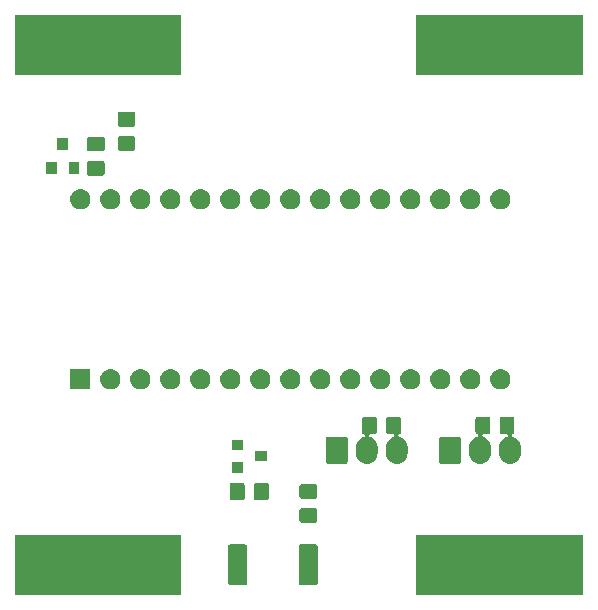
<source format=gbr>
G04 #@! TF.GenerationSoftware,KiCad,Pcbnew,(5.0.1)-4*
G04 #@! TF.CreationDate,2020-12-26T19:53:01+01:00*
G04 #@! TF.ProjectId,Eloxalmonitor,456C6F78616C6D6F6E69746F722E6B69,rev?*
G04 #@! TF.SameCoordinates,Original*
G04 #@! TF.FileFunction,Soldermask,Bot*
G04 #@! TF.FilePolarity,Negative*
%FSLAX46Y46*%
G04 Gerber Fmt 4.6, Leading zero omitted, Abs format (unit mm)*
G04 Created by KiCad (PCBNEW (5.0.1)-4) date 26.12.2020 19:53:01*
%MOMM*%
%LPD*%
G01*
G04 APERTURE LIST*
%ADD10C,0.100000*%
G04 APERTURE END LIST*
D10*
G36*
X62751000Y-63351000D02*
X48649000Y-63351000D01*
X48649000Y-58249000D01*
X62751000Y-58249000D01*
X62751000Y-63351000D01*
X62751000Y-63351000D01*
G37*
G36*
X28751000Y-63351000D02*
X14649000Y-63351000D01*
X14649000Y-58249000D01*
X28751000Y-58249000D01*
X28751000Y-63351000D01*
X28751000Y-63351000D01*
G37*
G36*
X34178821Y-59078103D02*
X34212982Y-59088466D01*
X34244464Y-59105293D01*
X34272060Y-59127940D01*
X34294707Y-59155536D01*
X34311534Y-59187018D01*
X34321897Y-59221179D01*
X34326000Y-59262842D01*
X34326000Y-62337158D01*
X34321897Y-62378821D01*
X34311534Y-62412982D01*
X34294707Y-62444464D01*
X34272060Y-62472060D01*
X34244464Y-62494707D01*
X34212982Y-62511534D01*
X34178821Y-62521897D01*
X34137158Y-62526000D01*
X32887842Y-62526000D01*
X32846179Y-62521897D01*
X32812018Y-62511534D01*
X32780536Y-62494707D01*
X32752940Y-62472060D01*
X32730293Y-62444464D01*
X32713466Y-62412982D01*
X32703103Y-62378821D01*
X32699000Y-62337158D01*
X32699000Y-59262842D01*
X32703103Y-59221179D01*
X32713466Y-59187018D01*
X32730293Y-59155536D01*
X32752940Y-59127940D01*
X32780536Y-59105293D01*
X32812018Y-59088466D01*
X32846179Y-59078103D01*
X32887842Y-59074000D01*
X34137158Y-59074000D01*
X34178821Y-59078103D01*
X34178821Y-59078103D01*
G37*
G36*
X40153821Y-59078103D02*
X40187982Y-59088466D01*
X40219464Y-59105293D01*
X40247060Y-59127940D01*
X40269707Y-59155536D01*
X40286534Y-59187018D01*
X40296897Y-59221179D01*
X40301000Y-59262842D01*
X40301000Y-62337158D01*
X40296897Y-62378821D01*
X40286534Y-62412982D01*
X40269707Y-62444464D01*
X40247060Y-62472060D01*
X40219464Y-62494707D01*
X40187982Y-62511534D01*
X40153821Y-62521897D01*
X40112158Y-62526000D01*
X38862842Y-62526000D01*
X38821179Y-62521897D01*
X38787018Y-62511534D01*
X38755536Y-62494707D01*
X38727940Y-62472060D01*
X38705293Y-62444464D01*
X38688466Y-62412982D01*
X38678103Y-62378821D01*
X38674000Y-62337158D01*
X38674000Y-59262842D01*
X38678103Y-59221179D01*
X38688466Y-59187018D01*
X38705293Y-59155536D01*
X38727940Y-59127940D01*
X38755536Y-59105293D01*
X38787018Y-59088466D01*
X38821179Y-59078103D01*
X38862842Y-59074000D01*
X40112158Y-59074000D01*
X40153821Y-59078103D01*
X40153821Y-59078103D01*
G37*
G36*
X40088677Y-56003465D02*
X40126364Y-56014898D01*
X40161103Y-56033466D01*
X40191548Y-56058452D01*
X40216534Y-56088897D01*
X40235102Y-56123636D01*
X40246535Y-56161323D01*
X40251000Y-56206661D01*
X40251000Y-57043339D01*
X40246535Y-57088677D01*
X40235102Y-57126364D01*
X40216534Y-57161103D01*
X40191548Y-57191548D01*
X40161103Y-57216534D01*
X40126364Y-57235102D01*
X40088677Y-57246535D01*
X40043339Y-57251000D01*
X38956661Y-57251000D01*
X38911323Y-57246535D01*
X38873636Y-57235102D01*
X38838897Y-57216534D01*
X38808452Y-57191548D01*
X38783466Y-57161103D01*
X38764898Y-57126364D01*
X38753465Y-57088677D01*
X38749000Y-57043339D01*
X38749000Y-56206661D01*
X38753465Y-56161323D01*
X38764898Y-56123636D01*
X38783466Y-56088897D01*
X38808452Y-56058452D01*
X38838897Y-56033466D01*
X38873636Y-56014898D01*
X38911323Y-56003465D01*
X38956661Y-55999000D01*
X40043339Y-55999000D01*
X40088677Y-56003465D01*
X40088677Y-56003465D01*
G37*
G36*
X35988677Y-53853465D02*
X36026364Y-53864898D01*
X36061103Y-53883466D01*
X36091548Y-53908452D01*
X36116534Y-53938897D01*
X36135102Y-53973636D01*
X36146535Y-54011323D01*
X36151000Y-54056661D01*
X36151000Y-55143339D01*
X36146535Y-55188677D01*
X36135102Y-55226364D01*
X36116534Y-55261103D01*
X36091548Y-55291548D01*
X36061103Y-55316534D01*
X36026364Y-55335102D01*
X35988677Y-55346535D01*
X35943339Y-55351000D01*
X35106661Y-55351000D01*
X35061323Y-55346535D01*
X35023636Y-55335102D01*
X34988897Y-55316534D01*
X34958452Y-55291548D01*
X34933466Y-55261103D01*
X34914898Y-55226364D01*
X34903465Y-55188677D01*
X34899000Y-55143339D01*
X34899000Y-54056661D01*
X34903465Y-54011323D01*
X34914898Y-53973636D01*
X34933466Y-53938897D01*
X34958452Y-53908452D01*
X34988897Y-53883466D01*
X35023636Y-53864898D01*
X35061323Y-53853465D01*
X35106661Y-53849000D01*
X35943339Y-53849000D01*
X35988677Y-53853465D01*
X35988677Y-53853465D01*
G37*
G36*
X33938677Y-53853465D02*
X33976364Y-53864898D01*
X34011103Y-53883466D01*
X34041548Y-53908452D01*
X34066534Y-53938897D01*
X34085102Y-53973636D01*
X34096535Y-54011323D01*
X34101000Y-54056661D01*
X34101000Y-55143339D01*
X34096535Y-55188677D01*
X34085102Y-55226364D01*
X34066534Y-55261103D01*
X34041548Y-55291548D01*
X34011103Y-55316534D01*
X33976364Y-55335102D01*
X33938677Y-55346535D01*
X33893339Y-55351000D01*
X33056661Y-55351000D01*
X33011323Y-55346535D01*
X32973636Y-55335102D01*
X32938897Y-55316534D01*
X32908452Y-55291548D01*
X32883466Y-55261103D01*
X32864898Y-55226364D01*
X32853465Y-55188677D01*
X32849000Y-55143339D01*
X32849000Y-54056661D01*
X32853465Y-54011323D01*
X32864898Y-53973636D01*
X32883466Y-53938897D01*
X32908452Y-53908452D01*
X32938897Y-53883466D01*
X32973636Y-53864898D01*
X33011323Y-53853465D01*
X33056661Y-53849000D01*
X33893339Y-53849000D01*
X33938677Y-53853465D01*
X33938677Y-53853465D01*
G37*
G36*
X40088677Y-53953465D02*
X40126364Y-53964898D01*
X40161103Y-53983466D01*
X40191548Y-54008452D01*
X40216534Y-54038897D01*
X40235102Y-54073636D01*
X40246535Y-54111323D01*
X40251000Y-54156661D01*
X40251000Y-54993339D01*
X40246535Y-55038677D01*
X40235102Y-55076364D01*
X40216534Y-55111103D01*
X40191548Y-55141548D01*
X40161103Y-55166534D01*
X40126364Y-55185102D01*
X40088677Y-55196535D01*
X40043339Y-55201000D01*
X38956661Y-55201000D01*
X38911323Y-55196535D01*
X38873636Y-55185102D01*
X38838897Y-55166534D01*
X38808452Y-55141548D01*
X38783466Y-55111103D01*
X38764898Y-55076364D01*
X38753465Y-55038677D01*
X38749000Y-54993339D01*
X38749000Y-54156661D01*
X38753465Y-54111323D01*
X38764898Y-54073636D01*
X38783466Y-54038897D01*
X38808452Y-54008452D01*
X38838897Y-53983466D01*
X38873636Y-53964898D01*
X38911323Y-53953465D01*
X38956661Y-53949000D01*
X40043339Y-53949000D01*
X40088677Y-53953465D01*
X40088677Y-53953465D01*
G37*
G36*
X34001000Y-53001000D02*
X32999000Y-53001000D01*
X32999000Y-52099000D01*
X34001000Y-52099000D01*
X34001000Y-53001000D01*
X34001000Y-53001000D01*
G37*
G36*
X56788677Y-48253465D02*
X56826364Y-48264898D01*
X56861103Y-48283466D01*
X56891548Y-48308452D01*
X56916534Y-48338897D01*
X56935102Y-48373636D01*
X56946535Y-48411323D01*
X56951000Y-48456661D01*
X56951000Y-49543339D01*
X56946535Y-49588677D01*
X56935102Y-49626364D01*
X56916534Y-49661103D01*
X56891548Y-49691548D01*
X56861103Y-49716534D01*
X56826363Y-49735103D01*
X56813252Y-49739080D01*
X56790613Y-49748457D01*
X56770238Y-49762071D01*
X56752911Y-49779398D01*
X56739297Y-49799773D01*
X56729920Y-49822412D01*
X56725140Y-49846446D01*
X56725140Y-49870950D01*
X56729921Y-49894983D01*
X56739298Y-49917622D01*
X56752912Y-49937997D01*
X56770239Y-49955324D01*
X56790614Y-49968938D01*
X56813246Y-49978312D01*
X56870295Y-49995618D01*
X56934157Y-50014990D01*
X56992514Y-50046183D01*
X57094155Y-50100511D01*
X57234396Y-50215604D01*
X57349489Y-50355844D01*
X57389298Y-50430321D01*
X57435010Y-50515842D01*
X57452565Y-50573713D01*
X57487674Y-50689452D01*
X57501000Y-50824756D01*
X57501000Y-51375243D01*
X57487674Y-51510548D01*
X57435010Y-51684157D01*
X57349489Y-51844156D01*
X57234396Y-51984396D01*
X57094156Y-52099489D01*
X57031244Y-52133116D01*
X56934158Y-52185010D01*
X56888200Y-52198951D01*
X56760548Y-52237674D01*
X56580000Y-52255456D01*
X56399453Y-52237674D01*
X56271801Y-52198951D01*
X56225843Y-52185010D01*
X56128757Y-52133116D01*
X56065845Y-52099489D01*
X55925605Y-51984396D01*
X55810512Y-51844156D01*
X55770703Y-51769680D01*
X55724990Y-51684158D01*
X55707435Y-51626287D01*
X55672326Y-51510548D01*
X55659000Y-51375244D01*
X55659000Y-50824757D01*
X55672326Y-50689453D01*
X55724990Y-50515844D01*
X55724990Y-50515843D01*
X55756183Y-50457486D01*
X55810511Y-50355845D01*
X55925604Y-50215604D01*
X56065844Y-50100511D01*
X56225843Y-50014990D01*
X56289709Y-49995616D01*
X56312344Y-49986240D01*
X56332718Y-49972626D01*
X56350045Y-49955299D01*
X56363659Y-49934925D01*
X56373037Y-49912286D01*
X56377817Y-49888252D01*
X56377817Y-49863748D01*
X56373037Y-49839714D01*
X56363659Y-49817075D01*
X56350045Y-49796701D01*
X56332718Y-49779374D01*
X56312344Y-49765760D01*
X56289705Y-49756382D01*
X56265671Y-49751602D01*
X56253419Y-49751000D01*
X55906661Y-49751000D01*
X55861323Y-49746535D01*
X55823636Y-49735102D01*
X55788897Y-49716534D01*
X55758452Y-49691548D01*
X55733466Y-49661103D01*
X55714898Y-49626364D01*
X55703465Y-49588677D01*
X55699000Y-49543339D01*
X55699000Y-48456661D01*
X55703465Y-48411323D01*
X55714898Y-48373636D01*
X55733466Y-48338897D01*
X55758452Y-48308452D01*
X55788897Y-48283466D01*
X55823636Y-48264898D01*
X55861323Y-48253465D01*
X55906661Y-48249000D01*
X56743339Y-48249000D01*
X56788677Y-48253465D01*
X56788677Y-48253465D01*
G37*
G36*
X47188677Y-48253465D02*
X47226364Y-48264898D01*
X47261103Y-48283466D01*
X47291548Y-48308452D01*
X47316534Y-48338897D01*
X47335102Y-48373636D01*
X47346535Y-48411323D01*
X47351000Y-48456661D01*
X47351000Y-49543339D01*
X47346535Y-49588677D01*
X47335102Y-49626364D01*
X47316534Y-49661103D01*
X47291548Y-49691548D01*
X47261103Y-49716534D01*
X47226363Y-49735103D01*
X47213252Y-49739080D01*
X47190613Y-49748457D01*
X47170238Y-49762071D01*
X47152911Y-49779398D01*
X47139297Y-49799773D01*
X47129920Y-49822412D01*
X47125140Y-49846446D01*
X47125140Y-49870950D01*
X47129921Y-49894983D01*
X47139298Y-49917622D01*
X47152912Y-49937997D01*
X47170239Y-49955324D01*
X47190614Y-49968938D01*
X47213246Y-49978312D01*
X47270295Y-49995618D01*
X47334157Y-50014990D01*
X47392514Y-50046183D01*
X47494155Y-50100511D01*
X47634396Y-50215604D01*
X47749489Y-50355844D01*
X47789298Y-50430321D01*
X47835010Y-50515842D01*
X47852565Y-50573713D01*
X47887674Y-50689452D01*
X47901000Y-50824756D01*
X47901000Y-51375243D01*
X47887674Y-51510548D01*
X47835010Y-51684157D01*
X47749489Y-51844156D01*
X47634396Y-51984396D01*
X47494156Y-52099489D01*
X47431244Y-52133116D01*
X47334158Y-52185010D01*
X47288200Y-52198951D01*
X47160548Y-52237674D01*
X46980000Y-52255456D01*
X46799453Y-52237674D01*
X46671801Y-52198951D01*
X46625843Y-52185010D01*
X46528757Y-52133116D01*
X46465845Y-52099489D01*
X46325605Y-51984396D01*
X46210512Y-51844156D01*
X46170703Y-51769680D01*
X46124990Y-51684158D01*
X46107435Y-51626287D01*
X46072326Y-51510548D01*
X46059000Y-51375244D01*
X46059000Y-50824757D01*
X46072326Y-50689453D01*
X46124990Y-50515844D01*
X46124990Y-50515843D01*
X46156183Y-50457486D01*
X46210511Y-50355845D01*
X46325604Y-50215604D01*
X46465844Y-50100511D01*
X46625843Y-50014990D01*
X46689709Y-49995616D01*
X46712344Y-49986240D01*
X46732718Y-49972626D01*
X46750045Y-49955299D01*
X46763659Y-49934925D01*
X46773037Y-49912286D01*
X46777817Y-49888252D01*
X46777817Y-49863748D01*
X46773037Y-49839714D01*
X46763659Y-49817075D01*
X46750045Y-49796701D01*
X46732718Y-49779374D01*
X46712344Y-49765760D01*
X46689705Y-49756382D01*
X46665671Y-49751602D01*
X46653419Y-49751000D01*
X46306661Y-49751000D01*
X46261323Y-49746535D01*
X46223636Y-49735102D01*
X46188897Y-49716534D01*
X46158452Y-49691548D01*
X46133466Y-49661103D01*
X46114898Y-49626364D01*
X46103465Y-49588677D01*
X46099000Y-49543339D01*
X46099000Y-48456661D01*
X46103465Y-48411323D01*
X46114898Y-48373636D01*
X46133466Y-48338897D01*
X46158452Y-48308452D01*
X46188897Y-48283466D01*
X46223636Y-48264898D01*
X46261323Y-48253465D01*
X46306661Y-48249000D01*
X47143339Y-48249000D01*
X47188677Y-48253465D01*
X47188677Y-48253465D01*
G37*
G36*
X45138677Y-48253465D02*
X45176364Y-48264898D01*
X45211103Y-48283466D01*
X45241548Y-48308452D01*
X45266534Y-48338897D01*
X45285102Y-48373636D01*
X45296535Y-48411323D01*
X45301000Y-48456661D01*
X45301000Y-49543339D01*
X45296535Y-49588677D01*
X45285102Y-49626364D01*
X45266534Y-49661103D01*
X45241548Y-49691548D01*
X45211103Y-49716534D01*
X45176364Y-49735102D01*
X45138677Y-49746535D01*
X45093339Y-49751000D01*
X44766580Y-49751000D01*
X44742194Y-49753402D01*
X44718745Y-49760515D01*
X44697134Y-49772066D01*
X44678192Y-49787612D01*
X44662646Y-49806554D01*
X44651095Y-49828165D01*
X44643982Y-49851614D01*
X44641580Y-49876000D01*
X44643982Y-49900386D01*
X44651095Y-49923835D01*
X44662646Y-49945446D01*
X44678192Y-49964388D01*
X44697134Y-49979934D01*
X44718745Y-49991485D01*
X44730286Y-49995615D01*
X44794156Y-50014990D01*
X44954155Y-50100511D01*
X45094396Y-50215604D01*
X45209489Y-50355844D01*
X45249298Y-50430321D01*
X45295010Y-50515842D01*
X45312565Y-50573713D01*
X45347674Y-50689452D01*
X45361000Y-50824756D01*
X45361000Y-51375243D01*
X45347674Y-51510548D01*
X45295010Y-51684157D01*
X45209489Y-51844156D01*
X45094396Y-51984396D01*
X44954156Y-52099489D01*
X44891244Y-52133116D01*
X44794158Y-52185010D01*
X44748200Y-52198951D01*
X44620548Y-52237674D01*
X44440000Y-52255456D01*
X44259453Y-52237674D01*
X44131801Y-52198951D01*
X44085843Y-52185010D01*
X43988757Y-52133116D01*
X43925845Y-52099489D01*
X43785605Y-51984396D01*
X43670512Y-51844156D01*
X43630703Y-51769680D01*
X43584990Y-51684158D01*
X43567435Y-51626287D01*
X43532326Y-51510548D01*
X43519000Y-51375244D01*
X43519000Y-50824757D01*
X43532326Y-50689453D01*
X43584990Y-50515844D01*
X43584990Y-50515843D01*
X43616183Y-50457486D01*
X43670511Y-50355845D01*
X43785604Y-50215604D01*
X43925844Y-50100511D01*
X44085843Y-50014990D01*
X44196752Y-49981346D01*
X44219386Y-49971970D01*
X44239760Y-49958356D01*
X44257087Y-49941029D01*
X44270701Y-49920655D01*
X44280079Y-49898016D01*
X44284859Y-49873982D01*
X44284859Y-49849478D01*
X44280079Y-49825444D01*
X44270701Y-49802805D01*
X44257087Y-49782431D01*
X44239760Y-49765104D01*
X44219386Y-49751490D01*
X44196747Y-49742112D01*
X44173632Y-49735100D01*
X44138897Y-49716534D01*
X44108452Y-49691548D01*
X44083466Y-49661103D01*
X44064898Y-49626364D01*
X44053465Y-49588677D01*
X44049000Y-49543339D01*
X44049000Y-48456661D01*
X44053465Y-48411323D01*
X44064898Y-48373636D01*
X44083466Y-48338897D01*
X44108452Y-48308452D01*
X44138897Y-48283466D01*
X44173636Y-48264898D01*
X44211323Y-48253465D01*
X44256661Y-48249000D01*
X45093339Y-48249000D01*
X45138677Y-48253465D01*
X45138677Y-48253465D01*
G37*
G36*
X54738677Y-48253465D02*
X54776364Y-48264898D01*
X54811103Y-48283466D01*
X54841548Y-48308452D01*
X54866534Y-48338897D01*
X54885102Y-48373636D01*
X54896535Y-48411323D01*
X54901000Y-48456661D01*
X54901000Y-49543339D01*
X54896535Y-49588677D01*
X54885102Y-49626364D01*
X54866534Y-49661103D01*
X54841548Y-49691548D01*
X54811103Y-49716534D01*
X54776364Y-49735102D01*
X54738677Y-49746535D01*
X54693339Y-49751000D01*
X54366580Y-49751000D01*
X54342194Y-49753402D01*
X54318745Y-49760515D01*
X54297134Y-49772066D01*
X54278192Y-49787612D01*
X54262646Y-49806554D01*
X54251095Y-49828165D01*
X54243982Y-49851614D01*
X54241580Y-49876000D01*
X54243982Y-49900386D01*
X54251095Y-49923835D01*
X54262646Y-49945446D01*
X54278192Y-49964388D01*
X54297134Y-49979934D01*
X54318745Y-49991485D01*
X54330286Y-49995615D01*
X54394156Y-50014990D01*
X54554155Y-50100511D01*
X54694396Y-50215604D01*
X54809489Y-50355844D01*
X54849298Y-50430321D01*
X54895010Y-50515842D01*
X54912565Y-50573713D01*
X54947674Y-50689452D01*
X54961000Y-50824756D01*
X54961000Y-51375243D01*
X54947674Y-51510548D01*
X54895010Y-51684157D01*
X54809489Y-51844156D01*
X54694396Y-51984396D01*
X54554156Y-52099489D01*
X54491244Y-52133116D01*
X54394158Y-52185010D01*
X54348200Y-52198951D01*
X54220548Y-52237674D01*
X54040000Y-52255456D01*
X53859453Y-52237674D01*
X53731801Y-52198951D01*
X53685843Y-52185010D01*
X53588757Y-52133116D01*
X53525845Y-52099489D01*
X53385605Y-51984396D01*
X53270512Y-51844156D01*
X53230703Y-51769680D01*
X53184990Y-51684158D01*
X53167435Y-51626287D01*
X53132326Y-51510548D01*
X53119000Y-51375244D01*
X53119000Y-50824757D01*
X53132326Y-50689453D01*
X53184990Y-50515844D01*
X53184990Y-50515843D01*
X53216183Y-50457486D01*
X53270511Y-50355845D01*
X53385604Y-50215604D01*
X53525844Y-50100511D01*
X53685843Y-50014990D01*
X53796752Y-49981346D01*
X53819386Y-49971970D01*
X53839760Y-49958356D01*
X53857087Y-49941029D01*
X53870701Y-49920655D01*
X53880079Y-49898016D01*
X53884859Y-49873982D01*
X53884859Y-49849478D01*
X53880079Y-49825444D01*
X53870701Y-49802805D01*
X53857087Y-49782431D01*
X53839760Y-49765104D01*
X53819386Y-49751490D01*
X53796747Y-49742112D01*
X53773632Y-49735100D01*
X53738897Y-49716534D01*
X53708452Y-49691548D01*
X53683466Y-49661103D01*
X53664898Y-49626364D01*
X53653465Y-49588677D01*
X53649000Y-49543339D01*
X53649000Y-48456661D01*
X53653465Y-48411323D01*
X53664898Y-48373636D01*
X53683466Y-48338897D01*
X53708452Y-48308452D01*
X53738897Y-48283466D01*
X53773636Y-48264898D01*
X53811323Y-48253465D01*
X53856661Y-48249000D01*
X54693339Y-48249000D01*
X54738677Y-48253465D01*
X54738677Y-48253465D01*
G37*
G36*
X52279020Y-49952979D02*
X52311966Y-49962974D01*
X52342335Y-49979206D01*
X52368951Y-50001049D01*
X52390794Y-50027665D01*
X52407026Y-50058034D01*
X52417021Y-50090980D01*
X52421000Y-50131386D01*
X52421000Y-52068614D01*
X52417021Y-52109020D01*
X52407026Y-52141966D01*
X52390794Y-52172335D01*
X52368951Y-52198951D01*
X52342335Y-52220794D01*
X52311966Y-52237026D01*
X52279020Y-52247021D01*
X52238614Y-52251000D01*
X50761386Y-52251000D01*
X50720980Y-52247021D01*
X50688034Y-52237026D01*
X50657665Y-52220794D01*
X50631049Y-52198951D01*
X50609206Y-52172335D01*
X50592974Y-52141966D01*
X50582979Y-52109020D01*
X50579000Y-52068614D01*
X50579000Y-50131386D01*
X50582979Y-50090980D01*
X50592974Y-50058034D01*
X50609206Y-50027665D01*
X50631049Y-50001049D01*
X50657665Y-49979206D01*
X50688034Y-49962974D01*
X50720980Y-49952979D01*
X50761386Y-49949000D01*
X52238614Y-49949000D01*
X52279020Y-49952979D01*
X52279020Y-49952979D01*
G37*
G36*
X42679020Y-49952979D02*
X42711966Y-49962974D01*
X42742335Y-49979206D01*
X42768951Y-50001049D01*
X42790794Y-50027665D01*
X42807026Y-50058034D01*
X42817021Y-50090980D01*
X42821000Y-50131386D01*
X42821000Y-52068614D01*
X42817021Y-52109020D01*
X42807026Y-52141966D01*
X42790794Y-52172335D01*
X42768951Y-52198951D01*
X42742335Y-52220794D01*
X42711966Y-52237026D01*
X42679020Y-52247021D01*
X42638614Y-52251000D01*
X41161386Y-52251000D01*
X41120980Y-52247021D01*
X41088034Y-52237026D01*
X41057665Y-52220794D01*
X41031049Y-52198951D01*
X41009206Y-52172335D01*
X40992974Y-52141966D01*
X40982979Y-52109020D01*
X40979000Y-52068614D01*
X40979000Y-50131386D01*
X40982979Y-50090980D01*
X40992974Y-50058034D01*
X41009206Y-50027665D01*
X41031049Y-50001049D01*
X41057665Y-49979206D01*
X41088034Y-49962974D01*
X41120980Y-49952979D01*
X41161386Y-49949000D01*
X42638614Y-49949000D01*
X42679020Y-49952979D01*
X42679020Y-49952979D01*
G37*
G36*
X36001000Y-52051000D02*
X34999000Y-52051000D01*
X34999000Y-51149000D01*
X36001000Y-51149000D01*
X36001000Y-52051000D01*
X36001000Y-52051000D01*
G37*
G36*
X34001000Y-51101000D02*
X32999000Y-51101000D01*
X32999000Y-50199000D01*
X34001000Y-50199000D01*
X34001000Y-51101000D01*
X34001000Y-51101000D01*
G37*
G36*
X40686821Y-44261313D02*
X40686824Y-44261314D01*
X40686825Y-44261314D01*
X40847239Y-44309975D01*
X40847241Y-44309976D01*
X40847244Y-44309977D01*
X40995078Y-44388995D01*
X41124659Y-44495341D01*
X41231005Y-44624922D01*
X41310023Y-44772756D01*
X41358687Y-44933179D01*
X41375117Y-45100000D01*
X41358687Y-45266821D01*
X41310023Y-45427244D01*
X41231005Y-45575078D01*
X41124659Y-45704659D01*
X40995078Y-45811005D01*
X40847244Y-45890023D01*
X40847241Y-45890024D01*
X40847239Y-45890025D01*
X40686825Y-45938686D01*
X40686824Y-45938686D01*
X40686821Y-45938687D01*
X40561804Y-45951000D01*
X40478196Y-45951000D01*
X40353179Y-45938687D01*
X40353176Y-45938686D01*
X40353175Y-45938686D01*
X40192761Y-45890025D01*
X40192759Y-45890024D01*
X40192756Y-45890023D01*
X40044922Y-45811005D01*
X39915341Y-45704659D01*
X39808995Y-45575078D01*
X39729977Y-45427244D01*
X39681313Y-45266821D01*
X39664883Y-45100000D01*
X39681313Y-44933179D01*
X39729977Y-44772756D01*
X39808995Y-44624922D01*
X39915341Y-44495341D01*
X40044922Y-44388995D01*
X40192756Y-44309977D01*
X40192759Y-44309976D01*
X40192761Y-44309975D01*
X40353175Y-44261314D01*
X40353176Y-44261314D01*
X40353179Y-44261313D01*
X40478196Y-44249000D01*
X40561804Y-44249000D01*
X40686821Y-44261313D01*
X40686821Y-44261313D01*
G37*
G36*
X50846821Y-44261313D02*
X50846824Y-44261314D01*
X50846825Y-44261314D01*
X51007239Y-44309975D01*
X51007241Y-44309976D01*
X51007244Y-44309977D01*
X51155078Y-44388995D01*
X51284659Y-44495341D01*
X51391005Y-44624922D01*
X51470023Y-44772756D01*
X51518687Y-44933179D01*
X51535117Y-45100000D01*
X51518687Y-45266821D01*
X51470023Y-45427244D01*
X51391005Y-45575078D01*
X51284659Y-45704659D01*
X51155078Y-45811005D01*
X51007244Y-45890023D01*
X51007241Y-45890024D01*
X51007239Y-45890025D01*
X50846825Y-45938686D01*
X50846824Y-45938686D01*
X50846821Y-45938687D01*
X50721804Y-45951000D01*
X50638196Y-45951000D01*
X50513179Y-45938687D01*
X50513176Y-45938686D01*
X50513175Y-45938686D01*
X50352761Y-45890025D01*
X50352759Y-45890024D01*
X50352756Y-45890023D01*
X50204922Y-45811005D01*
X50075341Y-45704659D01*
X49968995Y-45575078D01*
X49889977Y-45427244D01*
X49841313Y-45266821D01*
X49824883Y-45100000D01*
X49841313Y-44933179D01*
X49889977Y-44772756D01*
X49968995Y-44624922D01*
X50075341Y-44495341D01*
X50204922Y-44388995D01*
X50352756Y-44309977D01*
X50352759Y-44309976D01*
X50352761Y-44309975D01*
X50513175Y-44261314D01*
X50513176Y-44261314D01*
X50513179Y-44261313D01*
X50638196Y-44249000D01*
X50721804Y-44249000D01*
X50846821Y-44261313D01*
X50846821Y-44261313D01*
G37*
G36*
X45766821Y-44261313D02*
X45766824Y-44261314D01*
X45766825Y-44261314D01*
X45927239Y-44309975D01*
X45927241Y-44309976D01*
X45927244Y-44309977D01*
X46075078Y-44388995D01*
X46204659Y-44495341D01*
X46311005Y-44624922D01*
X46390023Y-44772756D01*
X46438687Y-44933179D01*
X46455117Y-45100000D01*
X46438687Y-45266821D01*
X46390023Y-45427244D01*
X46311005Y-45575078D01*
X46204659Y-45704659D01*
X46075078Y-45811005D01*
X45927244Y-45890023D01*
X45927241Y-45890024D01*
X45927239Y-45890025D01*
X45766825Y-45938686D01*
X45766824Y-45938686D01*
X45766821Y-45938687D01*
X45641804Y-45951000D01*
X45558196Y-45951000D01*
X45433179Y-45938687D01*
X45433176Y-45938686D01*
X45433175Y-45938686D01*
X45272761Y-45890025D01*
X45272759Y-45890024D01*
X45272756Y-45890023D01*
X45124922Y-45811005D01*
X44995341Y-45704659D01*
X44888995Y-45575078D01*
X44809977Y-45427244D01*
X44761313Y-45266821D01*
X44744883Y-45100000D01*
X44761313Y-44933179D01*
X44809977Y-44772756D01*
X44888995Y-44624922D01*
X44995341Y-44495341D01*
X45124922Y-44388995D01*
X45272756Y-44309977D01*
X45272759Y-44309976D01*
X45272761Y-44309975D01*
X45433175Y-44261314D01*
X45433176Y-44261314D01*
X45433179Y-44261313D01*
X45558196Y-44249000D01*
X45641804Y-44249000D01*
X45766821Y-44261313D01*
X45766821Y-44261313D01*
G37*
G36*
X43226821Y-44261313D02*
X43226824Y-44261314D01*
X43226825Y-44261314D01*
X43387239Y-44309975D01*
X43387241Y-44309976D01*
X43387244Y-44309977D01*
X43535078Y-44388995D01*
X43664659Y-44495341D01*
X43771005Y-44624922D01*
X43850023Y-44772756D01*
X43898687Y-44933179D01*
X43915117Y-45100000D01*
X43898687Y-45266821D01*
X43850023Y-45427244D01*
X43771005Y-45575078D01*
X43664659Y-45704659D01*
X43535078Y-45811005D01*
X43387244Y-45890023D01*
X43387241Y-45890024D01*
X43387239Y-45890025D01*
X43226825Y-45938686D01*
X43226824Y-45938686D01*
X43226821Y-45938687D01*
X43101804Y-45951000D01*
X43018196Y-45951000D01*
X42893179Y-45938687D01*
X42893176Y-45938686D01*
X42893175Y-45938686D01*
X42732761Y-45890025D01*
X42732759Y-45890024D01*
X42732756Y-45890023D01*
X42584922Y-45811005D01*
X42455341Y-45704659D01*
X42348995Y-45575078D01*
X42269977Y-45427244D01*
X42221313Y-45266821D01*
X42204883Y-45100000D01*
X42221313Y-44933179D01*
X42269977Y-44772756D01*
X42348995Y-44624922D01*
X42455341Y-44495341D01*
X42584922Y-44388995D01*
X42732756Y-44309977D01*
X42732759Y-44309976D01*
X42732761Y-44309975D01*
X42893175Y-44261314D01*
X42893176Y-44261314D01*
X42893179Y-44261313D01*
X43018196Y-44249000D01*
X43101804Y-44249000D01*
X43226821Y-44261313D01*
X43226821Y-44261313D01*
G37*
G36*
X38146821Y-44261313D02*
X38146824Y-44261314D01*
X38146825Y-44261314D01*
X38307239Y-44309975D01*
X38307241Y-44309976D01*
X38307244Y-44309977D01*
X38455078Y-44388995D01*
X38584659Y-44495341D01*
X38691005Y-44624922D01*
X38770023Y-44772756D01*
X38818687Y-44933179D01*
X38835117Y-45100000D01*
X38818687Y-45266821D01*
X38770023Y-45427244D01*
X38691005Y-45575078D01*
X38584659Y-45704659D01*
X38455078Y-45811005D01*
X38307244Y-45890023D01*
X38307241Y-45890024D01*
X38307239Y-45890025D01*
X38146825Y-45938686D01*
X38146824Y-45938686D01*
X38146821Y-45938687D01*
X38021804Y-45951000D01*
X37938196Y-45951000D01*
X37813179Y-45938687D01*
X37813176Y-45938686D01*
X37813175Y-45938686D01*
X37652761Y-45890025D01*
X37652759Y-45890024D01*
X37652756Y-45890023D01*
X37504922Y-45811005D01*
X37375341Y-45704659D01*
X37268995Y-45575078D01*
X37189977Y-45427244D01*
X37141313Y-45266821D01*
X37124883Y-45100000D01*
X37141313Y-44933179D01*
X37189977Y-44772756D01*
X37268995Y-44624922D01*
X37375341Y-44495341D01*
X37504922Y-44388995D01*
X37652756Y-44309977D01*
X37652759Y-44309976D01*
X37652761Y-44309975D01*
X37813175Y-44261314D01*
X37813176Y-44261314D01*
X37813179Y-44261313D01*
X37938196Y-44249000D01*
X38021804Y-44249000D01*
X38146821Y-44261313D01*
X38146821Y-44261313D01*
G37*
G36*
X48306821Y-44261313D02*
X48306824Y-44261314D01*
X48306825Y-44261314D01*
X48467239Y-44309975D01*
X48467241Y-44309976D01*
X48467244Y-44309977D01*
X48615078Y-44388995D01*
X48744659Y-44495341D01*
X48851005Y-44624922D01*
X48930023Y-44772756D01*
X48978687Y-44933179D01*
X48995117Y-45100000D01*
X48978687Y-45266821D01*
X48930023Y-45427244D01*
X48851005Y-45575078D01*
X48744659Y-45704659D01*
X48615078Y-45811005D01*
X48467244Y-45890023D01*
X48467241Y-45890024D01*
X48467239Y-45890025D01*
X48306825Y-45938686D01*
X48306824Y-45938686D01*
X48306821Y-45938687D01*
X48181804Y-45951000D01*
X48098196Y-45951000D01*
X47973179Y-45938687D01*
X47973176Y-45938686D01*
X47973175Y-45938686D01*
X47812761Y-45890025D01*
X47812759Y-45890024D01*
X47812756Y-45890023D01*
X47664922Y-45811005D01*
X47535341Y-45704659D01*
X47428995Y-45575078D01*
X47349977Y-45427244D01*
X47301313Y-45266821D01*
X47284883Y-45100000D01*
X47301313Y-44933179D01*
X47349977Y-44772756D01*
X47428995Y-44624922D01*
X47535341Y-44495341D01*
X47664922Y-44388995D01*
X47812756Y-44309977D01*
X47812759Y-44309976D01*
X47812761Y-44309975D01*
X47973175Y-44261314D01*
X47973176Y-44261314D01*
X47973179Y-44261313D01*
X48098196Y-44249000D01*
X48181804Y-44249000D01*
X48306821Y-44261313D01*
X48306821Y-44261313D01*
G37*
G36*
X33066821Y-44261313D02*
X33066824Y-44261314D01*
X33066825Y-44261314D01*
X33227239Y-44309975D01*
X33227241Y-44309976D01*
X33227244Y-44309977D01*
X33375078Y-44388995D01*
X33504659Y-44495341D01*
X33611005Y-44624922D01*
X33690023Y-44772756D01*
X33738687Y-44933179D01*
X33755117Y-45100000D01*
X33738687Y-45266821D01*
X33690023Y-45427244D01*
X33611005Y-45575078D01*
X33504659Y-45704659D01*
X33375078Y-45811005D01*
X33227244Y-45890023D01*
X33227241Y-45890024D01*
X33227239Y-45890025D01*
X33066825Y-45938686D01*
X33066824Y-45938686D01*
X33066821Y-45938687D01*
X32941804Y-45951000D01*
X32858196Y-45951000D01*
X32733179Y-45938687D01*
X32733176Y-45938686D01*
X32733175Y-45938686D01*
X32572761Y-45890025D01*
X32572759Y-45890024D01*
X32572756Y-45890023D01*
X32424922Y-45811005D01*
X32295341Y-45704659D01*
X32188995Y-45575078D01*
X32109977Y-45427244D01*
X32061313Y-45266821D01*
X32044883Y-45100000D01*
X32061313Y-44933179D01*
X32109977Y-44772756D01*
X32188995Y-44624922D01*
X32295341Y-44495341D01*
X32424922Y-44388995D01*
X32572756Y-44309977D01*
X32572759Y-44309976D01*
X32572761Y-44309975D01*
X32733175Y-44261314D01*
X32733176Y-44261314D01*
X32733179Y-44261313D01*
X32858196Y-44249000D01*
X32941804Y-44249000D01*
X33066821Y-44261313D01*
X33066821Y-44261313D01*
G37*
G36*
X27986821Y-44261313D02*
X27986824Y-44261314D01*
X27986825Y-44261314D01*
X28147239Y-44309975D01*
X28147241Y-44309976D01*
X28147244Y-44309977D01*
X28295078Y-44388995D01*
X28424659Y-44495341D01*
X28531005Y-44624922D01*
X28610023Y-44772756D01*
X28658687Y-44933179D01*
X28675117Y-45100000D01*
X28658687Y-45266821D01*
X28610023Y-45427244D01*
X28531005Y-45575078D01*
X28424659Y-45704659D01*
X28295078Y-45811005D01*
X28147244Y-45890023D01*
X28147241Y-45890024D01*
X28147239Y-45890025D01*
X27986825Y-45938686D01*
X27986824Y-45938686D01*
X27986821Y-45938687D01*
X27861804Y-45951000D01*
X27778196Y-45951000D01*
X27653179Y-45938687D01*
X27653176Y-45938686D01*
X27653175Y-45938686D01*
X27492761Y-45890025D01*
X27492759Y-45890024D01*
X27492756Y-45890023D01*
X27344922Y-45811005D01*
X27215341Y-45704659D01*
X27108995Y-45575078D01*
X27029977Y-45427244D01*
X26981313Y-45266821D01*
X26964883Y-45100000D01*
X26981313Y-44933179D01*
X27029977Y-44772756D01*
X27108995Y-44624922D01*
X27215341Y-44495341D01*
X27344922Y-44388995D01*
X27492756Y-44309977D01*
X27492759Y-44309976D01*
X27492761Y-44309975D01*
X27653175Y-44261314D01*
X27653176Y-44261314D01*
X27653179Y-44261313D01*
X27778196Y-44249000D01*
X27861804Y-44249000D01*
X27986821Y-44261313D01*
X27986821Y-44261313D01*
G37*
G36*
X25446821Y-44261313D02*
X25446824Y-44261314D01*
X25446825Y-44261314D01*
X25607239Y-44309975D01*
X25607241Y-44309976D01*
X25607244Y-44309977D01*
X25755078Y-44388995D01*
X25884659Y-44495341D01*
X25991005Y-44624922D01*
X26070023Y-44772756D01*
X26118687Y-44933179D01*
X26135117Y-45100000D01*
X26118687Y-45266821D01*
X26070023Y-45427244D01*
X25991005Y-45575078D01*
X25884659Y-45704659D01*
X25755078Y-45811005D01*
X25607244Y-45890023D01*
X25607241Y-45890024D01*
X25607239Y-45890025D01*
X25446825Y-45938686D01*
X25446824Y-45938686D01*
X25446821Y-45938687D01*
X25321804Y-45951000D01*
X25238196Y-45951000D01*
X25113179Y-45938687D01*
X25113176Y-45938686D01*
X25113175Y-45938686D01*
X24952761Y-45890025D01*
X24952759Y-45890024D01*
X24952756Y-45890023D01*
X24804922Y-45811005D01*
X24675341Y-45704659D01*
X24568995Y-45575078D01*
X24489977Y-45427244D01*
X24441313Y-45266821D01*
X24424883Y-45100000D01*
X24441313Y-44933179D01*
X24489977Y-44772756D01*
X24568995Y-44624922D01*
X24675341Y-44495341D01*
X24804922Y-44388995D01*
X24952756Y-44309977D01*
X24952759Y-44309976D01*
X24952761Y-44309975D01*
X25113175Y-44261314D01*
X25113176Y-44261314D01*
X25113179Y-44261313D01*
X25238196Y-44249000D01*
X25321804Y-44249000D01*
X25446821Y-44261313D01*
X25446821Y-44261313D01*
G37*
G36*
X21051000Y-45951000D02*
X19349000Y-45951000D01*
X19349000Y-44249000D01*
X21051000Y-44249000D01*
X21051000Y-45951000D01*
X21051000Y-45951000D01*
G37*
G36*
X55926821Y-44261313D02*
X55926824Y-44261314D01*
X55926825Y-44261314D01*
X56087239Y-44309975D01*
X56087241Y-44309976D01*
X56087244Y-44309977D01*
X56235078Y-44388995D01*
X56364659Y-44495341D01*
X56471005Y-44624922D01*
X56550023Y-44772756D01*
X56598687Y-44933179D01*
X56615117Y-45100000D01*
X56598687Y-45266821D01*
X56550023Y-45427244D01*
X56471005Y-45575078D01*
X56364659Y-45704659D01*
X56235078Y-45811005D01*
X56087244Y-45890023D01*
X56087241Y-45890024D01*
X56087239Y-45890025D01*
X55926825Y-45938686D01*
X55926824Y-45938686D01*
X55926821Y-45938687D01*
X55801804Y-45951000D01*
X55718196Y-45951000D01*
X55593179Y-45938687D01*
X55593176Y-45938686D01*
X55593175Y-45938686D01*
X55432761Y-45890025D01*
X55432759Y-45890024D01*
X55432756Y-45890023D01*
X55284922Y-45811005D01*
X55155341Y-45704659D01*
X55048995Y-45575078D01*
X54969977Y-45427244D01*
X54921313Y-45266821D01*
X54904883Y-45100000D01*
X54921313Y-44933179D01*
X54969977Y-44772756D01*
X55048995Y-44624922D01*
X55155341Y-44495341D01*
X55284922Y-44388995D01*
X55432756Y-44309977D01*
X55432759Y-44309976D01*
X55432761Y-44309975D01*
X55593175Y-44261314D01*
X55593176Y-44261314D01*
X55593179Y-44261313D01*
X55718196Y-44249000D01*
X55801804Y-44249000D01*
X55926821Y-44261313D01*
X55926821Y-44261313D01*
G37*
G36*
X22906821Y-44261313D02*
X22906824Y-44261314D01*
X22906825Y-44261314D01*
X23067239Y-44309975D01*
X23067241Y-44309976D01*
X23067244Y-44309977D01*
X23215078Y-44388995D01*
X23344659Y-44495341D01*
X23451005Y-44624922D01*
X23530023Y-44772756D01*
X23578687Y-44933179D01*
X23595117Y-45100000D01*
X23578687Y-45266821D01*
X23530023Y-45427244D01*
X23451005Y-45575078D01*
X23344659Y-45704659D01*
X23215078Y-45811005D01*
X23067244Y-45890023D01*
X23067241Y-45890024D01*
X23067239Y-45890025D01*
X22906825Y-45938686D01*
X22906824Y-45938686D01*
X22906821Y-45938687D01*
X22781804Y-45951000D01*
X22698196Y-45951000D01*
X22573179Y-45938687D01*
X22573176Y-45938686D01*
X22573175Y-45938686D01*
X22412761Y-45890025D01*
X22412759Y-45890024D01*
X22412756Y-45890023D01*
X22264922Y-45811005D01*
X22135341Y-45704659D01*
X22028995Y-45575078D01*
X21949977Y-45427244D01*
X21901313Y-45266821D01*
X21884883Y-45100000D01*
X21901313Y-44933179D01*
X21949977Y-44772756D01*
X22028995Y-44624922D01*
X22135341Y-44495341D01*
X22264922Y-44388995D01*
X22412756Y-44309977D01*
X22412759Y-44309976D01*
X22412761Y-44309975D01*
X22573175Y-44261314D01*
X22573176Y-44261314D01*
X22573179Y-44261313D01*
X22698196Y-44249000D01*
X22781804Y-44249000D01*
X22906821Y-44261313D01*
X22906821Y-44261313D01*
G37*
G36*
X53386821Y-44261313D02*
X53386824Y-44261314D01*
X53386825Y-44261314D01*
X53547239Y-44309975D01*
X53547241Y-44309976D01*
X53547244Y-44309977D01*
X53695078Y-44388995D01*
X53824659Y-44495341D01*
X53931005Y-44624922D01*
X54010023Y-44772756D01*
X54058687Y-44933179D01*
X54075117Y-45100000D01*
X54058687Y-45266821D01*
X54010023Y-45427244D01*
X53931005Y-45575078D01*
X53824659Y-45704659D01*
X53695078Y-45811005D01*
X53547244Y-45890023D01*
X53547241Y-45890024D01*
X53547239Y-45890025D01*
X53386825Y-45938686D01*
X53386824Y-45938686D01*
X53386821Y-45938687D01*
X53261804Y-45951000D01*
X53178196Y-45951000D01*
X53053179Y-45938687D01*
X53053176Y-45938686D01*
X53053175Y-45938686D01*
X52892761Y-45890025D01*
X52892759Y-45890024D01*
X52892756Y-45890023D01*
X52744922Y-45811005D01*
X52615341Y-45704659D01*
X52508995Y-45575078D01*
X52429977Y-45427244D01*
X52381313Y-45266821D01*
X52364883Y-45100000D01*
X52381313Y-44933179D01*
X52429977Y-44772756D01*
X52508995Y-44624922D01*
X52615341Y-44495341D01*
X52744922Y-44388995D01*
X52892756Y-44309977D01*
X52892759Y-44309976D01*
X52892761Y-44309975D01*
X53053175Y-44261314D01*
X53053176Y-44261314D01*
X53053179Y-44261313D01*
X53178196Y-44249000D01*
X53261804Y-44249000D01*
X53386821Y-44261313D01*
X53386821Y-44261313D01*
G37*
G36*
X35606821Y-44261313D02*
X35606824Y-44261314D01*
X35606825Y-44261314D01*
X35767239Y-44309975D01*
X35767241Y-44309976D01*
X35767244Y-44309977D01*
X35915078Y-44388995D01*
X36044659Y-44495341D01*
X36151005Y-44624922D01*
X36230023Y-44772756D01*
X36278687Y-44933179D01*
X36295117Y-45100000D01*
X36278687Y-45266821D01*
X36230023Y-45427244D01*
X36151005Y-45575078D01*
X36044659Y-45704659D01*
X35915078Y-45811005D01*
X35767244Y-45890023D01*
X35767241Y-45890024D01*
X35767239Y-45890025D01*
X35606825Y-45938686D01*
X35606824Y-45938686D01*
X35606821Y-45938687D01*
X35481804Y-45951000D01*
X35398196Y-45951000D01*
X35273179Y-45938687D01*
X35273176Y-45938686D01*
X35273175Y-45938686D01*
X35112761Y-45890025D01*
X35112759Y-45890024D01*
X35112756Y-45890023D01*
X34964922Y-45811005D01*
X34835341Y-45704659D01*
X34728995Y-45575078D01*
X34649977Y-45427244D01*
X34601313Y-45266821D01*
X34584883Y-45100000D01*
X34601313Y-44933179D01*
X34649977Y-44772756D01*
X34728995Y-44624922D01*
X34835341Y-44495341D01*
X34964922Y-44388995D01*
X35112756Y-44309977D01*
X35112759Y-44309976D01*
X35112761Y-44309975D01*
X35273175Y-44261314D01*
X35273176Y-44261314D01*
X35273179Y-44261313D01*
X35398196Y-44249000D01*
X35481804Y-44249000D01*
X35606821Y-44261313D01*
X35606821Y-44261313D01*
G37*
G36*
X30526821Y-44261313D02*
X30526824Y-44261314D01*
X30526825Y-44261314D01*
X30687239Y-44309975D01*
X30687241Y-44309976D01*
X30687244Y-44309977D01*
X30835078Y-44388995D01*
X30964659Y-44495341D01*
X31071005Y-44624922D01*
X31150023Y-44772756D01*
X31198687Y-44933179D01*
X31215117Y-45100000D01*
X31198687Y-45266821D01*
X31150023Y-45427244D01*
X31071005Y-45575078D01*
X30964659Y-45704659D01*
X30835078Y-45811005D01*
X30687244Y-45890023D01*
X30687241Y-45890024D01*
X30687239Y-45890025D01*
X30526825Y-45938686D01*
X30526824Y-45938686D01*
X30526821Y-45938687D01*
X30401804Y-45951000D01*
X30318196Y-45951000D01*
X30193179Y-45938687D01*
X30193176Y-45938686D01*
X30193175Y-45938686D01*
X30032761Y-45890025D01*
X30032759Y-45890024D01*
X30032756Y-45890023D01*
X29884922Y-45811005D01*
X29755341Y-45704659D01*
X29648995Y-45575078D01*
X29569977Y-45427244D01*
X29521313Y-45266821D01*
X29504883Y-45100000D01*
X29521313Y-44933179D01*
X29569977Y-44772756D01*
X29648995Y-44624922D01*
X29755341Y-44495341D01*
X29884922Y-44388995D01*
X30032756Y-44309977D01*
X30032759Y-44309976D01*
X30032761Y-44309975D01*
X30193175Y-44261314D01*
X30193176Y-44261314D01*
X30193179Y-44261313D01*
X30318196Y-44249000D01*
X30401804Y-44249000D01*
X30526821Y-44261313D01*
X30526821Y-44261313D01*
G37*
G36*
X43226821Y-29021313D02*
X43226824Y-29021314D01*
X43226825Y-29021314D01*
X43387239Y-29069975D01*
X43387241Y-29069976D01*
X43387244Y-29069977D01*
X43535078Y-29148995D01*
X43664659Y-29255341D01*
X43771005Y-29384922D01*
X43850023Y-29532756D01*
X43898687Y-29693179D01*
X43915117Y-29860000D01*
X43898687Y-30026821D01*
X43850023Y-30187244D01*
X43771005Y-30335078D01*
X43664659Y-30464659D01*
X43535078Y-30571005D01*
X43387244Y-30650023D01*
X43387241Y-30650024D01*
X43387239Y-30650025D01*
X43226825Y-30698686D01*
X43226824Y-30698686D01*
X43226821Y-30698687D01*
X43101804Y-30711000D01*
X43018196Y-30711000D01*
X42893179Y-30698687D01*
X42893176Y-30698686D01*
X42893175Y-30698686D01*
X42732761Y-30650025D01*
X42732759Y-30650024D01*
X42732756Y-30650023D01*
X42584922Y-30571005D01*
X42455341Y-30464659D01*
X42348995Y-30335078D01*
X42269977Y-30187244D01*
X42221313Y-30026821D01*
X42204883Y-29860000D01*
X42221313Y-29693179D01*
X42269977Y-29532756D01*
X42348995Y-29384922D01*
X42455341Y-29255341D01*
X42584922Y-29148995D01*
X42732756Y-29069977D01*
X42732759Y-29069976D01*
X42732761Y-29069975D01*
X42893175Y-29021314D01*
X42893176Y-29021314D01*
X42893179Y-29021313D01*
X43018196Y-29009000D01*
X43101804Y-29009000D01*
X43226821Y-29021313D01*
X43226821Y-29021313D01*
G37*
G36*
X22906821Y-29021313D02*
X22906824Y-29021314D01*
X22906825Y-29021314D01*
X23067239Y-29069975D01*
X23067241Y-29069976D01*
X23067244Y-29069977D01*
X23215078Y-29148995D01*
X23344659Y-29255341D01*
X23451005Y-29384922D01*
X23530023Y-29532756D01*
X23578687Y-29693179D01*
X23595117Y-29860000D01*
X23578687Y-30026821D01*
X23530023Y-30187244D01*
X23451005Y-30335078D01*
X23344659Y-30464659D01*
X23215078Y-30571005D01*
X23067244Y-30650023D01*
X23067241Y-30650024D01*
X23067239Y-30650025D01*
X22906825Y-30698686D01*
X22906824Y-30698686D01*
X22906821Y-30698687D01*
X22781804Y-30711000D01*
X22698196Y-30711000D01*
X22573179Y-30698687D01*
X22573176Y-30698686D01*
X22573175Y-30698686D01*
X22412761Y-30650025D01*
X22412759Y-30650024D01*
X22412756Y-30650023D01*
X22264922Y-30571005D01*
X22135341Y-30464659D01*
X22028995Y-30335078D01*
X21949977Y-30187244D01*
X21901313Y-30026821D01*
X21884883Y-29860000D01*
X21901313Y-29693179D01*
X21949977Y-29532756D01*
X22028995Y-29384922D01*
X22135341Y-29255341D01*
X22264922Y-29148995D01*
X22412756Y-29069977D01*
X22412759Y-29069976D01*
X22412761Y-29069975D01*
X22573175Y-29021314D01*
X22573176Y-29021314D01*
X22573179Y-29021313D01*
X22698196Y-29009000D01*
X22781804Y-29009000D01*
X22906821Y-29021313D01*
X22906821Y-29021313D01*
G37*
G36*
X20366821Y-29021313D02*
X20366824Y-29021314D01*
X20366825Y-29021314D01*
X20527239Y-29069975D01*
X20527241Y-29069976D01*
X20527244Y-29069977D01*
X20675078Y-29148995D01*
X20804659Y-29255341D01*
X20911005Y-29384922D01*
X20990023Y-29532756D01*
X21038687Y-29693179D01*
X21055117Y-29860000D01*
X21038687Y-30026821D01*
X20990023Y-30187244D01*
X20911005Y-30335078D01*
X20804659Y-30464659D01*
X20675078Y-30571005D01*
X20527244Y-30650023D01*
X20527241Y-30650024D01*
X20527239Y-30650025D01*
X20366825Y-30698686D01*
X20366824Y-30698686D01*
X20366821Y-30698687D01*
X20241804Y-30711000D01*
X20158196Y-30711000D01*
X20033179Y-30698687D01*
X20033176Y-30698686D01*
X20033175Y-30698686D01*
X19872761Y-30650025D01*
X19872759Y-30650024D01*
X19872756Y-30650023D01*
X19724922Y-30571005D01*
X19595341Y-30464659D01*
X19488995Y-30335078D01*
X19409977Y-30187244D01*
X19361313Y-30026821D01*
X19344883Y-29860000D01*
X19361313Y-29693179D01*
X19409977Y-29532756D01*
X19488995Y-29384922D01*
X19595341Y-29255341D01*
X19724922Y-29148995D01*
X19872756Y-29069977D01*
X19872759Y-29069976D01*
X19872761Y-29069975D01*
X20033175Y-29021314D01*
X20033176Y-29021314D01*
X20033179Y-29021313D01*
X20158196Y-29009000D01*
X20241804Y-29009000D01*
X20366821Y-29021313D01*
X20366821Y-29021313D01*
G37*
G36*
X50846821Y-29021313D02*
X50846824Y-29021314D01*
X50846825Y-29021314D01*
X51007239Y-29069975D01*
X51007241Y-29069976D01*
X51007244Y-29069977D01*
X51155078Y-29148995D01*
X51284659Y-29255341D01*
X51391005Y-29384922D01*
X51470023Y-29532756D01*
X51518687Y-29693179D01*
X51535117Y-29860000D01*
X51518687Y-30026821D01*
X51470023Y-30187244D01*
X51391005Y-30335078D01*
X51284659Y-30464659D01*
X51155078Y-30571005D01*
X51007244Y-30650023D01*
X51007241Y-30650024D01*
X51007239Y-30650025D01*
X50846825Y-30698686D01*
X50846824Y-30698686D01*
X50846821Y-30698687D01*
X50721804Y-30711000D01*
X50638196Y-30711000D01*
X50513179Y-30698687D01*
X50513176Y-30698686D01*
X50513175Y-30698686D01*
X50352761Y-30650025D01*
X50352759Y-30650024D01*
X50352756Y-30650023D01*
X50204922Y-30571005D01*
X50075341Y-30464659D01*
X49968995Y-30335078D01*
X49889977Y-30187244D01*
X49841313Y-30026821D01*
X49824883Y-29860000D01*
X49841313Y-29693179D01*
X49889977Y-29532756D01*
X49968995Y-29384922D01*
X50075341Y-29255341D01*
X50204922Y-29148995D01*
X50352756Y-29069977D01*
X50352759Y-29069976D01*
X50352761Y-29069975D01*
X50513175Y-29021314D01*
X50513176Y-29021314D01*
X50513179Y-29021313D01*
X50638196Y-29009000D01*
X50721804Y-29009000D01*
X50846821Y-29021313D01*
X50846821Y-29021313D01*
G37*
G36*
X48306821Y-29021313D02*
X48306824Y-29021314D01*
X48306825Y-29021314D01*
X48467239Y-29069975D01*
X48467241Y-29069976D01*
X48467244Y-29069977D01*
X48615078Y-29148995D01*
X48744659Y-29255341D01*
X48851005Y-29384922D01*
X48930023Y-29532756D01*
X48978687Y-29693179D01*
X48995117Y-29860000D01*
X48978687Y-30026821D01*
X48930023Y-30187244D01*
X48851005Y-30335078D01*
X48744659Y-30464659D01*
X48615078Y-30571005D01*
X48467244Y-30650023D01*
X48467241Y-30650024D01*
X48467239Y-30650025D01*
X48306825Y-30698686D01*
X48306824Y-30698686D01*
X48306821Y-30698687D01*
X48181804Y-30711000D01*
X48098196Y-30711000D01*
X47973179Y-30698687D01*
X47973176Y-30698686D01*
X47973175Y-30698686D01*
X47812761Y-30650025D01*
X47812759Y-30650024D01*
X47812756Y-30650023D01*
X47664922Y-30571005D01*
X47535341Y-30464659D01*
X47428995Y-30335078D01*
X47349977Y-30187244D01*
X47301313Y-30026821D01*
X47284883Y-29860000D01*
X47301313Y-29693179D01*
X47349977Y-29532756D01*
X47428995Y-29384922D01*
X47535341Y-29255341D01*
X47664922Y-29148995D01*
X47812756Y-29069977D01*
X47812759Y-29069976D01*
X47812761Y-29069975D01*
X47973175Y-29021314D01*
X47973176Y-29021314D01*
X47973179Y-29021313D01*
X48098196Y-29009000D01*
X48181804Y-29009000D01*
X48306821Y-29021313D01*
X48306821Y-29021313D01*
G37*
G36*
X53386821Y-29021313D02*
X53386824Y-29021314D01*
X53386825Y-29021314D01*
X53547239Y-29069975D01*
X53547241Y-29069976D01*
X53547244Y-29069977D01*
X53695078Y-29148995D01*
X53824659Y-29255341D01*
X53931005Y-29384922D01*
X54010023Y-29532756D01*
X54058687Y-29693179D01*
X54075117Y-29860000D01*
X54058687Y-30026821D01*
X54010023Y-30187244D01*
X53931005Y-30335078D01*
X53824659Y-30464659D01*
X53695078Y-30571005D01*
X53547244Y-30650023D01*
X53547241Y-30650024D01*
X53547239Y-30650025D01*
X53386825Y-30698686D01*
X53386824Y-30698686D01*
X53386821Y-30698687D01*
X53261804Y-30711000D01*
X53178196Y-30711000D01*
X53053179Y-30698687D01*
X53053176Y-30698686D01*
X53053175Y-30698686D01*
X52892761Y-30650025D01*
X52892759Y-30650024D01*
X52892756Y-30650023D01*
X52744922Y-30571005D01*
X52615341Y-30464659D01*
X52508995Y-30335078D01*
X52429977Y-30187244D01*
X52381313Y-30026821D01*
X52364883Y-29860000D01*
X52381313Y-29693179D01*
X52429977Y-29532756D01*
X52508995Y-29384922D01*
X52615341Y-29255341D01*
X52744922Y-29148995D01*
X52892756Y-29069977D01*
X52892759Y-29069976D01*
X52892761Y-29069975D01*
X53053175Y-29021314D01*
X53053176Y-29021314D01*
X53053179Y-29021313D01*
X53178196Y-29009000D01*
X53261804Y-29009000D01*
X53386821Y-29021313D01*
X53386821Y-29021313D01*
G37*
G36*
X45766821Y-29021313D02*
X45766824Y-29021314D01*
X45766825Y-29021314D01*
X45927239Y-29069975D01*
X45927241Y-29069976D01*
X45927244Y-29069977D01*
X46075078Y-29148995D01*
X46204659Y-29255341D01*
X46311005Y-29384922D01*
X46390023Y-29532756D01*
X46438687Y-29693179D01*
X46455117Y-29860000D01*
X46438687Y-30026821D01*
X46390023Y-30187244D01*
X46311005Y-30335078D01*
X46204659Y-30464659D01*
X46075078Y-30571005D01*
X45927244Y-30650023D01*
X45927241Y-30650024D01*
X45927239Y-30650025D01*
X45766825Y-30698686D01*
X45766824Y-30698686D01*
X45766821Y-30698687D01*
X45641804Y-30711000D01*
X45558196Y-30711000D01*
X45433179Y-30698687D01*
X45433176Y-30698686D01*
X45433175Y-30698686D01*
X45272761Y-30650025D01*
X45272759Y-30650024D01*
X45272756Y-30650023D01*
X45124922Y-30571005D01*
X44995341Y-30464659D01*
X44888995Y-30335078D01*
X44809977Y-30187244D01*
X44761313Y-30026821D01*
X44744883Y-29860000D01*
X44761313Y-29693179D01*
X44809977Y-29532756D01*
X44888995Y-29384922D01*
X44995341Y-29255341D01*
X45124922Y-29148995D01*
X45272756Y-29069977D01*
X45272759Y-29069976D01*
X45272761Y-29069975D01*
X45433175Y-29021314D01*
X45433176Y-29021314D01*
X45433179Y-29021313D01*
X45558196Y-29009000D01*
X45641804Y-29009000D01*
X45766821Y-29021313D01*
X45766821Y-29021313D01*
G37*
G36*
X35606821Y-29021313D02*
X35606824Y-29021314D01*
X35606825Y-29021314D01*
X35767239Y-29069975D01*
X35767241Y-29069976D01*
X35767244Y-29069977D01*
X35915078Y-29148995D01*
X36044659Y-29255341D01*
X36151005Y-29384922D01*
X36230023Y-29532756D01*
X36278687Y-29693179D01*
X36295117Y-29860000D01*
X36278687Y-30026821D01*
X36230023Y-30187244D01*
X36151005Y-30335078D01*
X36044659Y-30464659D01*
X35915078Y-30571005D01*
X35767244Y-30650023D01*
X35767241Y-30650024D01*
X35767239Y-30650025D01*
X35606825Y-30698686D01*
X35606824Y-30698686D01*
X35606821Y-30698687D01*
X35481804Y-30711000D01*
X35398196Y-30711000D01*
X35273179Y-30698687D01*
X35273176Y-30698686D01*
X35273175Y-30698686D01*
X35112761Y-30650025D01*
X35112759Y-30650024D01*
X35112756Y-30650023D01*
X34964922Y-30571005D01*
X34835341Y-30464659D01*
X34728995Y-30335078D01*
X34649977Y-30187244D01*
X34601313Y-30026821D01*
X34584883Y-29860000D01*
X34601313Y-29693179D01*
X34649977Y-29532756D01*
X34728995Y-29384922D01*
X34835341Y-29255341D01*
X34964922Y-29148995D01*
X35112756Y-29069977D01*
X35112759Y-29069976D01*
X35112761Y-29069975D01*
X35273175Y-29021314D01*
X35273176Y-29021314D01*
X35273179Y-29021313D01*
X35398196Y-29009000D01*
X35481804Y-29009000D01*
X35606821Y-29021313D01*
X35606821Y-29021313D01*
G37*
G36*
X33066821Y-29021313D02*
X33066824Y-29021314D01*
X33066825Y-29021314D01*
X33227239Y-29069975D01*
X33227241Y-29069976D01*
X33227244Y-29069977D01*
X33375078Y-29148995D01*
X33504659Y-29255341D01*
X33611005Y-29384922D01*
X33690023Y-29532756D01*
X33738687Y-29693179D01*
X33755117Y-29860000D01*
X33738687Y-30026821D01*
X33690023Y-30187244D01*
X33611005Y-30335078D01*
X33504659Y-30464659D01*
X33375078Y-30571005D01*
X33227244Y-30650023D01*
X33227241Y-30650024D01*
X33227239Y-30650025D01*
X33066825Y-30698686D01*
X33066824Y-30698686D01*
X33066821Y-30698687D01*
X32941804Y-30711000D01*
X32858196Y-30711000D01*
X32733179Y-30698687D01*
X32733176Y-30698686D01*
X32733175Y-30698686D01*
X32572761Y-30650025D01*
X32572759Y-30650024D01*
X32572756Y-30650023D01*
X32424922Y-30571005D01*
X32295341Y-30464659D01*
X32188995Y-30335078D01*
X32109977Y-30187244D01*
X32061313Y-30026821D01*
X32044883Y-29860000D01*
X32061313Y-29693179D01*
X32109977Y-29532756D01*
X32188995Y-29384922D01*
X32295341Y-29255341D01*
X32424922Y-29148995D01*
X32572756Y-29069977D01*
X32572759Y-29069976D01*
X32572761Y-29069975D01*
X32733175Y-29021314D01*
X32733176Y-29021314D01*
X32733179Y-29021313D01*
X32858196Y-29009000D01*
X32941804Y-29009000D01*
X33066821Y-29021313D01*
X33066821Y-29021313D01*
G37*
G36*
X30526821Y-29021313D02*
X30526824Y-29021314D01*
X30526825Y-29021314D01*
X30687239Y-29069975D01*
X30687241Y-29069976D01*
X30687244Y-29069977D01*
X30835078Y-29148995D01*
X30964659Y-29255341D01*
X31071005Y-29384922D01*
X31150023Y-29532756D01*
X31198687Y-29693179D01*
X31215117Y-29860000D01*
X31198687Y-30026821D01*
X31150023Y-30187244D01*
X31071005Y-30335078D01*
X30964659Y-30464659D01*
X30835078Y-30571005D01*
X30687244Y-30650023D01*
X30687241Y-30650024D01*
X30687239Y-30650025D01*
X30526825Y-30698686D01*
X30526824Y-30698686D01*
X30526821Y-30698687D01*
X30401804Y-30711000D01*
X30318196Y-30711000D01*
X30193179Y-30698687D01*
X30193176Y-30698686D01*
X30193175Y-30698686D01*
X30032761Y-30650025D01*
X30032759Y-30650024D01*
X30032756Y-30650023D01*
X29884922Y-30571005D01*
X29755341Y-30464659D01*
X29648995Y-30335078D01*
X29569977Y-30187244D01*
X29521313Y-30026821D01*
X29504883Y-29860000D01*
X29521313Y-29693179D01*
X29569977Y-29532756D01*
X29648995Y-29384922D01*
X29755341Y-29255341D01*
X29884922Y-29148995D01*
X30032756Y-29069977D01*
X30032759Y-29069976D01*
X30032761Y-29069975D01*
X30193175Y-29021314D01*
X30193176Y-29021314D01*
X30193179Y-29021313D01*
X30318196Y-29009000D01*
X30401804Y-29009000D01*
X30526821Y-29021313D01*
X30526821Y-29021313D01*
G37*
G36*
X27986821Y-29021313D02*
X27986824Y-29021314D01*
X27986825Y-29021314D01*
X28147239Y-29069975D01*
X28147241Y-29069976D01*
X28147244Y-29069977D01*
X28295078Y-29148995D01*
X28424659Y-29255341D01*
X28531005Y-29384922D01*
X28610023Y-29532756D01*
X28658687Y-29693179D01*
X28675117Y-29860000D01*
X28658687Y-30026821D01*
X28610023Y-30187244D01*
X28531005Y-30335078D01*
X28424659Y-30464659D01*
X28295078Y-30571005D01*
X28147244Y-30650023D01*
X28147241Y-30650024D01*
X28147239Y-30650025D01*
X27986825Y-30698686D01*
X27986824Y-30698686D01*
X27986821Y-30698687D01*
X27861804Y-30711000D01*
X27778196Y-30711000D01*
X27653179Y-30698687D01*
X27653176Y-30698686D01*
X27653175Y-30698686D01*
X27492761Y-30650025D01*
X27492759Y-30650024D01*
X27492756Y-30650023D01*
X27344922Y-30571005D01*
X27215341Y-30464659D01*
X27108995Y-30335078D01*
X27029977Y-30187244D01*
X26981313Y-30026821D01*
X26964883Y-29860000D01*
X26981313Y-29693179D01*
X27029977Y-29532756D01*
X27108995Y-29384922D01*
X27215341Y-29255341D01*
X27344922Y-29148995D01*
X27492756Y-29069977D01*
X27492759Y-29069976D01*
X27492761Y-29069975D01*
X27653175Y-29021314D01*
X27653176Y-29021314D01*
X27653179Y-29021313D01*
X27778196Y-29009000D01*
X27861804Y-29009000D01*
X27986821Y-29021313D01*
X27986821Y-29021313D01*
G37*
G36*
X25446821Y-29021313D02*
X25446824Y-29021314D01*
X25446825Y-29021314D01*
X25607239Y-29069975D01*
X25607241Y-29069976D01*
X25607244Y-29069977D01*
X25755078Y-29148995D01*
X25884659Y-29255341D01*
X25991005Y-29384922D01*
X26070023Y-29532756D01*
X26118687Y-29693179D01*
X26135117Y-29860000D01*
X26118687Y-30026821D01*
X26070023Y-30187244D01*
X25991005Y-30335078D01*
X25884659Y-30464659D01*
X25755078Y-30571005D01*
X25607244Y-30650023D01*
X25607241Y-30650024D01*
X25607239Y-30650025D01*
X25446825Y-30698686D01*
X25446824Y-30698686D01*
X25446821Y-30698687D01*
X25321804Y-30711000D01*
X25238196Y-30711000D01*
X25113179Y-30698687D01*
X25113176Y-30698686D01*
X25113175Y-30698686D01*
X24952761Y-30650025D01*
X24952759Y-30650024D01*
X24952756Y-30650023D01*
X24804922Y-30571005D01*
X24675341Y-30464659D01*
X24568995Y-30335078D01*
X24489977Y-30187244D01*
X24441313Y-30026821D01*
X24424883Y-29860000D01*
X24441313Y-29693179D01*
X24489977Y-29532756D01*
X24568995Y-29384922D01*
X24675341Y-29255341D01*
X24804922Y-29148995D01*
X24952756Y-29069977D01*
X24952759Y-29069976D01*
X24952761Y-29069975D01*
X25113175Y-29021314D01*
X25113176Y-29021314D01*
X25113179Y-29021313D01*
X25238196Y-29009000D01*
X25321804Y-29009000D01*
X25446821Y-29021313D01*
X25446821Y-29021313D01*
G37*
G36*
X55926821Y-29021313D02*
X55926824Y-29021314D01*
X55926825Y-29021314D01*
X56087239Y-29069975D01*
X56087241Y-29069976D01*
X56087244Y-29069977D01*
X56235078Y-29148995D01*
X56364659Y-29255341D01*
X56471005Y-29384922D01*
X56550023Y-29532756D01*
X56598687Y-29693179D01*
X56615117Y-29860000D01*
X56598687Y-30026821D01*
X56550023Y-30187244D01*
X56471005Y-30335078D01*
X56364659Y-30464659D01*
X56235078Y-30571005D01*
X56087244Y-30650023D01*
X56087241Y-30650024D01*
X56087239Y-30650025D01*
X55926825Y-30698686D01*
X55926824Y-30698686D01*
X55926821Y-30698687D01*
X55801804Y-30711000D01*
X55718196Y-30711000D01*
X55593179Y-30698687D01*
X55593176Y-30698686D01*
X55593175Y-30698686D01*
X55432761Y-30650025D01*
X55432759Y-30650024D01*
X55432756Y-30650023D01*
X55284922Y-30571005D01*
X55155341Y-30464659D01*
X55048995Y-30335078D01*
X54969977Y-30187244D01*
X54921313Y-30026821D01*
X54904883Y-29860000D01*
X54921313Y-29693179D01*
X54969977Y-29532756D01*
X55048995Y-29384922D01*
X55155341Y-29255341D01*
X55284922Y-29148995D01*
X55432756Y-29069977D01*
X55432759Y-29069976D01*
X55432761Y-29069975D01*
X55593175Y-29021314D01*
X55593176Y-29021314D01*
X55593179Y-29021313D01*
X55718196Y-29009000D01*
X55801804Y-29009000D01*
X55926821Y-29021313D01*
X55926821Y-29021313D01*
G37*
G36*
X40686821Y-29021313D02*
X40686824Y-29021314D01*
X40686825Y-29021314D01*
X40847239Y-29069975D01*
X40847241Y-29069976D01*
X40847244Y-29069977D01*
X40995078Y-29148995D01*
X41124659Y-29255341D01*
X41231005Y-29384922D01*
X41310023Y-29532756D01*
X41358687Y-29693179D01*
X41375117Y-29860000D01*
X41358687Y-30026821D01*
X41310023Y-30187244D01*
X41231005Y-30335078D01*
X41124659Y-30464659D01*
X40995078Y-30571005D01*
X40847244Y-30650023D01*
X40847241Y-30650024D01*
X40847239Y-30650025D01*
X40686825Y-30698686D01*
X40686824Y-30698686D01*
X40686821Y-30698687D01*
X40561804Y-30711000D01*
X40478196Y-30711000D01*
X40353179Y-30698687D01*
X40353176Y-30698686D01*
X40353175Y-30698686D01*
X40192761Y-30650025D01*
X40192759Y-30650024D01*
X40192756Y-30650023D01*
X40044922Y-30571005D01*
X39915341Y-30464659D01*
X39808995Y-30335078D01*
X39729977Y-30187244D01*
X39681313Y-30026821D01*
X39664883Y-29860000D01*
X39681313Y-29693179D01*
X39729977Y-29532756D01*
X39808995Y-29384922D01*
X39915341Y-29255341D01*
X40044922Y-29148995D01*
X40192756Y-29069977D01*
X40192759Y-29069976D01*
X40192761Y-29069975D01*
X40353175Y-29021314D01*
X40353176Y-29021314D01*
X40353179Y-29021313D01*
X40478196Y-29009000D01*
X40561804Y-29009000D01*
X40686821Y-29021313D01*
X40686821Y-29021313D01*
G37*
G36*
X38146821Y-29021313D02*
X38146824Y-29021314D01*
X38146825Y-29021314D01*
X38307239Y-29069975D01*
X38307241Y-29069976D01*
X38307244Y-29069977D01*
X38455078Y-29148995D01*
X38584659Y-29255341D01*
X38691005Y-29384922D01*
X38770023Y-29532756D01*
X38818687Y-29693179D01*
X38835117Y-29860000D01*
X38818687Y-30026821D01*
X38770023Y-30187244D01*
X38691005Y-30335078D01*
X38584659Y-30464659D01*
X38455078Y-30571005D01*
X38307244Y-30650023D01*
X38307241Y-30650024D01*
X38307239Y-30650025D01*
X38146825Y-30698686D01*
X38146824Y-30698686D01*
X38146821Y-30698687D01*
X38021804Y-30711000D01*
X37938196Y-30711000D01*
X37813179Y-30698687D01*
X37813176Y-30698686D01*
X37813175Y-30698686D01*
X37652761Y-30650025D01*
X37652759Y-30650024D01*
X37652756Y-30650023D01*
X37504922Y-30571005D01*
X37375341Y-30464659D01*
X37268995Y-30335078D01*
X37189977Y-30187244D01*
X37141313Y-30026821D01*
X37124883Y-29860000D01*
X37141313Y-29693179D01*
X37189977Y-29532756D01*
X37268995Y-29384922D01*
X37375341Y-29255341D01*
X37504922Y-29148995D01*
X37652756Y-29069977D01*
X37652759Y-29069976D01*
X37652761Y-29069975D01*
X37813175Y-29021314D01*
X37813176Y-29021314D01*
X37813179Y-29021313D01*
X37938196Y-29009000D01*
X38021804Y-29009000D01*
X38146821Y-29021313D01*
X38146821Y-29021313D01*
G37*
G36*
X22088677Y-26603465D02*
X22126364Y-26614898D01*
X22161103Y-26633466D01*
X22191548Y-26658452D01*
X22216534Y-26688897D01*
X22235102Y-26723636D01*
X22246535Y-26761323D01*
X22251000Y-26806661D01*
X22251000Y-27643339D01*
X22246535Y-27688677D01*
X22235102Y-27726364D01*
X22216534Y-27761103D01*
X22191548Y-27791548D01*
X22161103Y-27816534D01*
X22126364Y-27835102D01*
X22088677Y-27846535D01*
X22043339Y-27851000D01*
X20956661Y-27851000D01*
X20911323Y-27846535D01*
X20873636Y-27835102D01*
X20838897Y-27816534D01*
X20808452Y-27791548D01*
X20783466Y-27761103D01*
X20764898Y-27726364D01*
X20753465Y-27688677D01*
X20749000Y-27643339D01*
X20749000Y-26806661D01*
X20753465Y-26761323D01*
X20764898Y-26723636D01*
X20783466Y-26688897D01*
X20808452Y-26658452D01*
X20838897Y-26633466D01*
X20873636Y-26614898D01*
X20911323Y-26603465D01*
X20956661Y-26599000D01*
X22043339Y-26599000D01*
X22088677Y-26603465D01*
X22088677Y-26603465D01*
G37*
G36*
X20101000Y-27701000D02*
X19199000Y-27701000D01*
X19199000Y-26699000D01*
X20101000Y-26699000D01*
X20101000Y-27701000D01*
X20101000Y-27701000D01*
G37*
G36*
X18201000Y-27701000D02*
X17299000Y-27701000D01*
X17299000Y-26699000D01*
X18201000Y-26699000D01*
X18201000Y-27701000D01*
X18201000Y-27701000D01*
G37*
G36*
X22088677Y-24553465D02*
X22126364Y-24564898D01*
X22161103Y-24583466D01*
X22191548Y-24608452D01*
X22216534Y-24638897D01*
X22235102Y-24673636D01*
X22246535Y-24711323D01*
X22251000Y-24756661D01*
X22251000Y-25593339D01*
X22246535Y-25638677D01*
X22235102Y-25676364D01*
X22216534Y-25711103D01*
X22191548Y-25741548D01*
X22161103Y-25766534D01*
X22126364Y-25785102D01*
X22088677Y-25796535D01*
X22043339Y-25801000D01*
X20956661Y-25801000D01*
X20911323Y-25796535D01*
X20873636Y-25785102D01*
X20838897Y-25766534D01*
X20808452Y-25741548D01*
X20783466Y-25711103D01*
X20764898Y-25676364D01*
X20753465Y-25638677D01*
X20749000Y-25593339D01*
X20749000Y-24756661D01*
X20753465Y-24711323D01*
X20764898Y-24673636D01*
X20783466Y-24638897D01*
X20808452Y-24608452D01*
X20838897Y-24583466D01*
X20873636Y-24564898D01*
X20911323Y-24553465D01*
X20956661Y-24549000D01*
X22043339Y-24549000D01*
X22088677Y-24553465D01*
X22088677Y-24553465D01*
G37*
G36*
X24688677Y-24503465D02*
X24726364Y-24514898D01*
X24761103Y-24533466D01*
X24791548Y-24558452D01*
X24816534Y-24588897D01*
X24835102Y-24623636D01*
X24846535Y-24661323D01*
X24851000Y-24706661D01*
X24851000Y-25543339D01*
X24846535Y-25588677D01*
X24835102Y-25626364D01*
X24816534Y-25661103D01*
X24791548Y-25691548D01*
X24761103Y-25716534D01*
X24726364Y-25735102D01*
X24688677Y-25746535D01*
X24643339Y-25751000D01*
X23556661Y-25751000D01*
X23511323Y-25746535D01*
X23473636Y-25735102D01*
X23438897Y-25716534D01*
X23408452Y-25691548D01*
X23383466Y-25661103D01*
X23364898Y-25626364D01*
X23353465Y-25588677D01*
X23349000Y-25543339D01*
X23349000Y-24706661D01*
X23353465Y-24661323D01*
X23364898Y-24623636D01*
X23383466Y-24588897D01*
X23408452Y-24558452D01*
X23438897Y-24533466D01*
X23473636Y-24514898D01*
X23511323Y-24503465D01*
X23556661Y-24499000D01*
X24643339Y-24499000D01*
X24688677Y-24503465D01*
X24688677Y-24503465D01*
G37*
G36*
X19151000Y-25701000D02*
X18249000Y-25701000D01*
X18249000Y-24699000D01*
X19151000Y-24699000D01*
X19151000Y-25701000D01*
X19151000Y-25701000D01*
G37*
G36*
X24688677Y-22453465D02*
X24726364Y-22464898D01*
X24761103Y-22483466D01*
X24791548Y-22508452D01*
X24816534Y-22538897D01*
X24835102Y-22573636D01*
X24846535Y-22611323D01*
X24851000Y-22656661D01*
X24851000Y-23493339D01*
X24846535Y-23538677D01*
X24835102Y-23576364D01*
X24816534Y-23611103D01*
X24791548Y-23641548D01*
X24761103Y-23666534D01*
X24726364Y-23685102D01*
X24688677Y-23696535D01*
X24643339Y-23701000D01*
X23556661Y-23701000D01*
X23511323Y-23696535D01*
X23473636Y-23685102D01*
X23438897Y-23666534D01*
X23408452Y-23641548D01*
X23383466Y-23611103D01*
X23364898Y-23576364D01*
X23353465Y-23538677D01*
X23349000Y-23493339D01*
X23349000Y-22656661D01*
X23353465Y-22611323D01*
X23364898Y-22573636D01*
X23383466Y-22538897D01*
X23408452Y-22508452D01*
X23438897Y-22483466D01*
X23473636Y-22464898D01*
X23511323Y-22453465D01*
X23556661Y-22449000D01*
X24643339Y-22449000D01*
X24688677Y-22453465D01*
X24688677Y-22453465D01*
G37*
G36*
X62751000Y-19351000D02*
X48649000Y-19351000D01*
X48649000Y-14249000D01*
X62751000Y-14249000D01*
X62751000Y-19351000D01*
X62751000Y-19351000D01*
G37*
G36*
X28751000Y-19351000D02*
X14649000Y-19351000D01*
X14649000Y-14249000D01*
X28751000Y-14249000D01*
X28751000Y-19351000D01*
X28751000Y-19351000D01*
G37*
M02*

</source>
